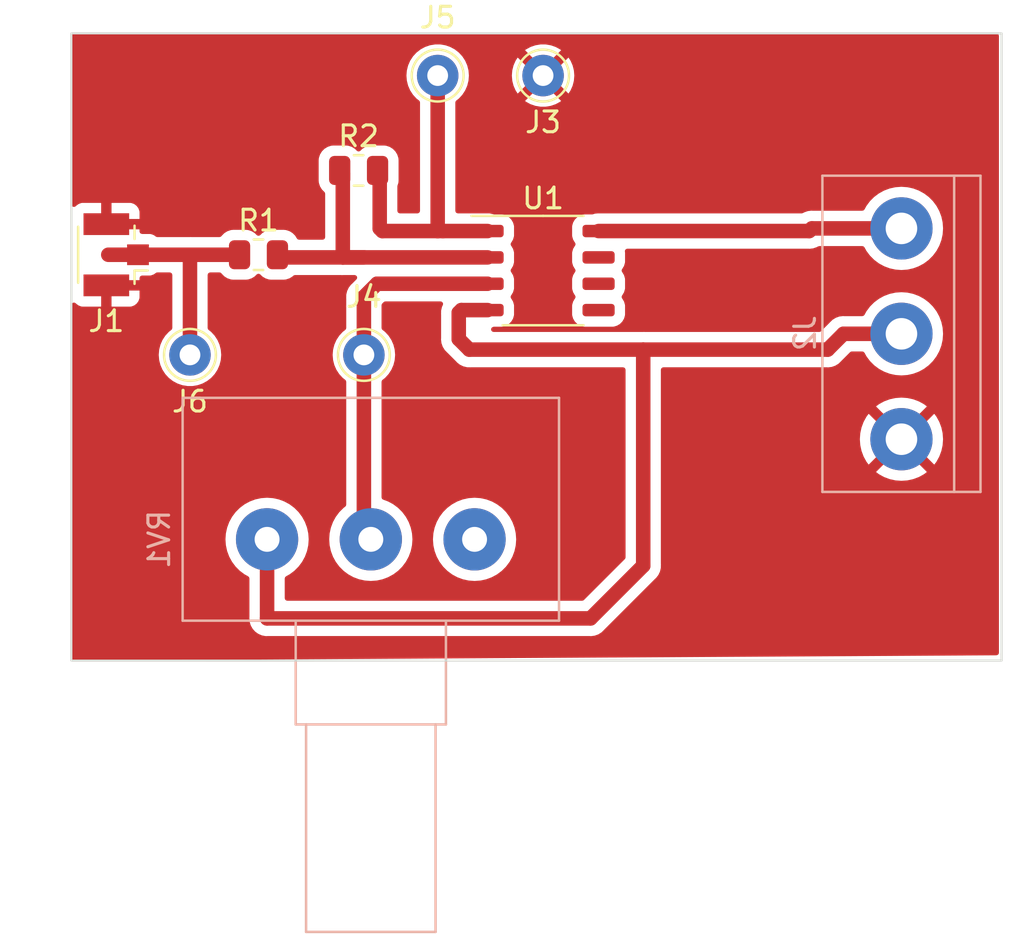
<source format=kicad_pcb>
(kicad_pcb (version 20221018) (generator pcbnew)
  (layers (0 "F.Cu" signal) (31 "B.Cu" signal) (34 "B.Paste" user) (35 "F.Paste" user) (36 "B.SilkS" user "B.Silkscreen") (37 "F.SilkS" user "F.Silkscreen") (38 "B.Mask" user) (39 "F.Mask" user) (44 "Edge.Cuts" user))
  (net 0 "")
  (net 1 "Net-(J1-In)")
  (net 2 "GND")
  (net 3 "+5V")
  (net 4 "-5V")
  (net 5 "Net-(J4-Pin_1)")
  (net 6 "Net-(U1A--)")
  (net 10 "Net-(J5-Pin_1)")
  (footprint "Connector_Pin:Pin_D1.0mm_L10.0mm" (layer "F.Cu") (at 82.804 55.88)
    (fp_text reference "J4" (at 0 -2.794) (layer "F.SilkS"))
    (fp_text value "Conn_01x01_Pin")
    (fp_circle (center 0 0) (end 1.25 0.05) (stroke (width 0.12)) (fill none) (layer "F.SilkS"))
    (pad "1" thru_hole circle (at 0 0) (size 2 2) (drill 1) (layers "*.Cu" "*.Mask") (net 5 "Net-(J4-Pin_1)"))
  )
  (footprint "Connector_Pin:Pin_D1.0mm_L10.0mm" (layer "F.Cu") (at 74.422 55.88)
    (fp_text reference "J6" (at 0 2.25) (layer "F.SilkS"))
    (fp_text value "Conn_01x01_Pin")
    (fp_circle (center 0 0) (end 1.25 0.05) (stroke (width 0.12)) (fill none) (layer "F.SilkS"))
    (pad "1" thru_hole circle (at 0 0) (size 2 2) (drill 1) (layers "*.Cu" "*.Mask") (net 1 "Net-(J1-In)"))
  )
  (footprint "Connector_Pin:Pin_D1.0mm_L10.0mm" (layer "F.Cu") (at 91.44 42.418)
    (fp_text reference "J3" (at 0 2.25) (layer "F.SilkS"))
    (fp_text value "Conn_01x01_Pin")
    (fp_circle (center 0 0) (end 1.25 0.05) (stroke (width 0.12)) (fill none) (layer "F.SilkS"))
    (pad "1" thru_hole circle (at 0 0) (size 2 2) (drill 1) (layers "*.Cu" "*.Mask") (net 2 "GND"))
  )
  (footprint "Connector_Pin:Pin_D1.0mm_L10.0mm" (layer "F.Cu") (at 86.36 42.418)
    (fp_text reference "J5" (at 0 -2.794) (layer "F.SilkS"))
    (fp_text value "Conn_01x01_Pin")
    (fp_circle (center 0 0) (end 1.25 0.05) (stroke (width 0.12)) (fill none) (layer "F.SilkS"))
    (pad "1" thru_hole circle (at 0 0) (size 2 2) (drill 1) (layers "*.Cu" "*.Mask") (net 10 "Net-(J5-Pin_1)"))
  )
  (footprint "Package_SO:SSOP-8_3.9x5.05mm_P1.27mm" (layer "F.Cu") (at 91.44 51.816)
    (fp_text reference "U1" (at 0 -3.48) (layer "F.SilkS"))
    (fp_text value "AD8056AR")
    (fp_line (start 0 -2.635) (end -3.45 -2.635) (stroke (width 0.12)) (layer "F.SilkS"))
    (fp_line (start 0 -2.635) (end 1.95 -2.635) (stroke (width 0.12)) (layer "F.SilkS"))
    (fp_line (start 0 2.635) (end -1.95 2.635) (stroke (width 0.12)) (layer "F.SilkS"))
    (fp_line (start 0 2.635) (end 1.95 2.635) (stroke (width 0.12)) (layer "F.SilkS"))
    (pad "1" smd roundrect (at -2.675 -1.905) (size 1.55 0.6) (layers "F.Cu" "F.Paste" "F.Mask") (net 10 "Net-(J5-Pin_1)"))
    (pad "2" smd roundrect (at -2.675 -0.635) (size 1.55 0.6) (layers "F.Cu" "F.Paste" "F.Mask") (net 6 "Net-(U1A--)"))
    (pad "3" smd roundrect (at -2.675 0.635) (size 1.55 0.6) (layers "F.Cu" "F.Paste" "F.Mask") (net 5 "Net-(J4-Pin_1)"))
    (pad "4" smd roundrect (at -2.675 1.905) (size 1.55 0.6) (layers "F.Cu" "F.Paste" "F.Mask") (net 4 "-5V"))
    (pad "5" smd roundrect (at 2.675 1.905) (size 1.55 0.6) (layers "F.Cu" "F.Paste" "F.Mask"))
    (pad "6" smd roundrect (at 2.675 0.635) (size 1.55 0.6) (layers "F.Cu" "F.Paste" "F.Mask"))
    (pad "7" smd roundrect (at 2.675 -0.635) (size 1.55 0.6) (layers "F.Cu" "F.Paste" "F.Mask"))
    (pad "8" smd roundrect (at 2.675 -1.905) (size 1.55 0.6) (layers "F.Cu" "F.Paste" "F.Mask") (net 3 "+5V"))
  )
  (footprint "Connector_Coaxial:U.FL_Hirose_U.FL-R-SMT-1_Vertical" (layer "F.Cu") (at 70.866 51.054 180)
    (fp_text reference "J1" (at 0.475 -3.2) (layer "F.SilkS"))
    (fp_text value "Conn_Coaxial")
    (fp_line (start -0.885 -1.4) (end -0.885 -0.76) (stroke (width 0.12)) (layer "F.SilkS"))
    (fp_line (start -0.885 -0.76) (end -1.515 -0.76) (stroke (width 0.12)) (layer "F.SilkS"))
    (fp_line (start -0.885 1.4) (end -0.885 0.76) (stroke (width 0.12)) (layer "F.SilkS"))
    (fp_line (start 1.835 -1.35) (end 1.835 1.35) (stroke (width 0.12)) (layer "F.SilkS"))
    (pad "1" smd rect (at -1.05 0 180) (size 1.05 1) (layers "F.Cu" "F.Paste" "F.Mask") (net 1 "Net-(J1-In)"))
    (pad "2" smd rect (at 0.475 -1.475 180) (size 2.2 1.05) (layers "F.Cu" "F.Paste" "F.Mask") (net 2 "GND"))
    (pad "2" smd rect (at 0.475 1.475 180) (size 2.2 1.05) (layers "F.Cu" "F.Paste" "F.Mask") (net 2 "GND"))
  )
  (footprint "Resistor_SMD:R_0805_2012Metric" (layer "F.Cu") (at 77.724 51.054)
    (fp_text reference "R1" (at 0 -1.65) (layer "F.SilkS"))
    (fp_text value "10 KOhm")
    (fp_line (start -0.227064 -0.735) (end 0.227064 -0.735) (stroke (width 0.12)) (layer "F.SilkS"))
    (fp_line (start -0.227064 0.735) (end 0.227064 0.735) (stroke (width 0.12)) (layer "F.SilkS"))
    (pad "1" smd roundrect (at -0.9125 0) (size 1.025 1.4) (layers "F.Cu" "F.Paste" "F.Mask") (roundrect_rratio 0.243902) (net 1 "Net-(J1-In)"))
    (pad "2" smd roundrect (at 0.9125 0) (size 1.025 1.4) (layers "F.Cu" "F.Paste" "F.Mask") (roundrect_rratio 0.243902) (net 6 "Net-(U1A--)"))
  )
  (footprint "Resistor_SMD:R_0805_2012Metric" (layer "F.Cu") (at 82.55 46.99)
    (fp_text reference "R2" (at 0 -1.65) (layer "F.SilkS"))
    (fp_text value "20 KOhm")
    (fp_line (start -0.227064 -0.735) (end 0.227064 -0.735) (stroke (width 0.12)) (layer "F.SilkS"))
    (fp_line (start -0.227064 0.735) (end 0.227064 0.735) (stroke (width 0.12)) (layer "F.SilkS"))
    (pad "1" smd roundrect (at -0.9125 0) (size 1.025 1.4) (layers "F.Cu" "F.Paste" "F.Mask") (roundrect_rratio 0.243902) (net 6 "Net-(U1A--)"))
    (pad "2" smd roundrect (at 0.9125 0) (size 1.025 1.4) (layers "F.Cu" "F.Paste" "F.Mask") (roundrect_rratio 0.243902) (net 10 "Net-(J5-Pin_1)"))
  )
  (footprint "Potentiometer_THT:Potentiometer_Alps_RK163_Single_Horizontal" (layer "B.Cu") (at 88.138 64.77 90)
    (fp_text reference "RV1" (at 0 -15.2 90) (layer "B.SilkS") (effects (justify mirror)))
    (fp_text value "20 KOhm")
    (fp_line (start -18.92 -8.12) (end -18.92 -1.88) (stroke (width 0.12)) (layer "B.SilkS"))
    (fp_line (start -8.92 -8.62) (end -8.92 -1.38) (stroke (width 0.12)) (layer "B.SilkS"))
    (fp_line (start -8.92 -8.12) (end -18.92 -8.12) (stroke (width 0.12)) (layer "B.SilkS"))
    (fp_line (start -8.92 -1.88) (end -18.92 -1.88) (stroke (width 0.12)) (layer "B.SilkS"))
    (fp_line (start -3.92 -14.07) (end -3.92 4.07) (stroke (width 0.12)) (layer "B.SilkS"))
    (fp_line (start -3.92 -8.62) (end -8.92 -8.62) (stroke (width 0.12)) (layer "B.SilkS"))
    (fp_line (start -3.92 -1.38) (end -8.92 -1.38) (stroke (width 0.12)) (layer "B.SilkS"))
    (fp_line (start 6.82 -14.07) (end -3.92 -14.07) (stroke (width 0.12)) (layer "B.SilkS"))
    (fp_line (start 6.82 -14.07) (end 6.82 4.07) (stroke (width 0.12)) (layer "B.SilkS"))
    (fp_line (start 6.82 4.07) (end -3.92 4.07) (stroke (width 0.12)) (layer "B.SilkS"))
    (pad "1" thru_hole circle (at 0 0 270) (size 3 3) (drill 1.2) (layers "*.Cu" "*.Mask") (net 3 "+5V"))
    (pad "2" thru_hole circle (at 0 -5 270) (size 3 3) (drill 1.2) (layers "*.Cu" "*.Mask") (net 5 "Net-(J4-Pin_1)"))
    (pad "3" thru_hole circle (at 0 -10 270) (size 3 3) (drill 1.2) (layers "*.Cu" "*.Mask") (net 4 "-5V"))
  )
  (footprint "TerminalBlock:TerminalBlock_bornier-3_P5.08mm" (layer "B.Cu") (at 108.712 49.784 -90)
    (fp_text reference "J2" (at 5.05 4.65 90) (layer "B.SilkS") (effects (justify mirror)))
    (fp_text value "Screw_Terminal_01x03")
    (fp_line (start -2.54 -3.81) (end -2.54 3.81) (stroke (width 0.12)) (layer "B.SilkS"))
    (fp_line (start -2.54 -3.81) (end 12.7 -3.81) (stroke (width 0.12)) (layer "B.SilkS"))
    (fp_line (start -2.54 -2.54) (end 12.7 -2.54) (stroke (width 0.12)) (layer "B.SilkS"))
    (fp_line (start -2.54 3.81) (end 12.7 3.81) (stroke (width 0.12)) (layer "B.SilkS"))
    (fp_line (start 12.7 -3.81) (end 12.7 3.81) (stroke (width 0.12)) (layer "B.SilkS"))
    (pad "1" thru_hole circle (at 0 0 270) (size 3 3) (drill 1.52) (layers "*.Cu" "*.Mask") (net 3 "+5V"))
    (pad "2" thru_hole circle (at 5.08 0 270) (size 3 3) (drill 1.52) (layers "*.Cu" "*.Mask") (net 4 "-5V"))
    (pad "3" thru_hole circle (at 10.16 0 270) (size 3 3) (drill 1.52) (layers "*.Cu" "*.Mask") (net 2 "GND"))
  )
  (gr_rect (start 68.707 40.386) (end 113.538 70.612) (stroke (width 0.1)) (fill none) (layer "Edge.Cuts"))
  (segment (start 74.422 51.054) (end 71.916 51.054) (width 0.7) (layer "F.Cu") (net 1))
  (segment (start 71.916 51.054) (end 70.485 51.054) (width 0.7) (layer "F.Cu") (net 1))
  (segment (start 76.8115 51.054) (end 74.422 51.054) (width 0.7) (layer "F.Cu") (net 1))
  (segment (start 74.422 51.054) (end 74.422 56.388) (width 0.7) (layer "F.Cu") (net 1))
  (segment (start 104.394 49.784) (end 108.712 49.784) (width 0.7) (layer "F.Cu") (net 3))
  (segment (start 104.267 49.911) (end 104.394 49.784) (width 0.7) (layer "F.Cu") (net 3))
  (segment (start 94.115 49.911) (end 104.267 49.911) (width 0.7) (layer "F.Cu") (net 3))
  (segment (start 88.765 53.721) (end 87.503 53.721) (width 0.7) (layer "F.Cu") (net 4))
  (segment (start 87.884 55.626) (end 96.266 55.626) (width 0.7) (layer "F.Cu") (net 4))
  (segment (start 105.918 54.864) (end 105.156 55.626) (width 0.7) (layer "F.Cu") (net 4))
  (segment (start 87.376 53.848) (end 87.376 55.118) (width 0.7) (layer "F.Cu") (net 4))
  (segment (start 87.376 55.118) (end 87.884 55.626) (width 0.7) (layer "F.Cu") (net 4))
  (segment (start 93.726 68.58) (end 78.138 68.58) (width 0.7) (layer "F.Cu") (net 4))
  (segment (start 87.503 53.721) (end 87.376 53.848) (width 0.7) (layer "F.Cu") (net 4))
  (segment (start 108.712 54.864) (end 105.918 54.864) (width 0.7) (layer "F.Cu") (net 4))
  (segment (start 96.266 66.04) (end 93.726 68.58) (width 0.7) (layer "F.Cu") (net 4))
  (segment (start 96.266 55.626) (end 105.156 55.626) (width 0.7) (layer "F.Cu") (net 4))
  (segment (start 78.138 68.58) (end 78.138 64.77) (width 0.7) (layer "F.Cu") (net 4))
  (segment (start 96.266 55.626) (end 96.266 66.04) (width 0.7) (layer "F.Cu") (net 4))
  (segment (start 82.804 53.086) (end 82.804 55.88) (width 0.7) (layer "F.Cu") (net 5))
  (segment (start 82.804 55.88) (end 82.804 64.436) (width 0.7) (layer "F.Cu") (net 5))
  (segment (start 83.439 52.451) (end 82.804 53.086) (width 0.7) (layer "F.Cu") (net 5))
  (segment (start 82.804 64.436) (end 83.138 64.77) (width 0.7) (layer "F.Cu") (net 5))
  (segment (start 88.765 52.451) (end 83.439 52.451) (width 0.7) (layer "F.Cu") (net 5))
  (segment (start 81.788 51.181) (end 81.788 47.1405) (width 0.7) (layer "F.Cu") (net 6))
  (segment (start 82.804 51.181) (end 81.788 51.181) (width 0.7) (layer "F.Cu") (net 6))
  (segment (start 81.788 47.1405) (end 81.6375 46.99) (width 0.7) (layer "F.Cu") (net 6))
  (segment (start 78.7635 51.181) (end 78.6365 51.054) (width 0.7) (layer "F.Cu") (net 6))
  (segment (start 81.788 51.181) (end 78.7635 51.181) (width 0.7) (layer "F.Cu") (net 6))
  (segment (start 78.7635 51.181) (end 78.6365 51.308) (width 0.7) (layer "F.Cu") (net 6))
  (segment (start 88.765 51.181) (end 81.788 51.181) (width 0.7) (layer "F.Cu") (net 6))
  (segment (start 83.566 47.0935) (end 83.4625 46.99) (width 0.7) (layer "F.Cu") (net 10))
  (segment (start 83.566 49.784) (end 83.566 47.0935) (width 0.7) (layer "F.Cu") (net 10))
  (segment (start 83.693 49.911) (end 83.566 49.784) (width 0.7) (layer "F.Cu") (net 10))
  (segment (start 86.36 42.418) (end 86.36 49.911) (width 0.7) (layer "F.Cu") (net 10))
  (segment (start 86.614 49.911) (end 86.36 49.911) (width 0.7) (layer "F.Cu") (net 10))
  (segment (start 86.36 49.911) (end 83.693 49.911) (width 0.7) (layer "F.Cu") (net 10))
  (segment (start 88.765 49.911) (end 86.614 49.911) (width 0.7) (layer "F.Cu") (net 10))
  (zone (net 2) (net_name "GND") (layer "F.Cu") (connect_pads (clearance 0.5)) (min_thickness 0.25) (fill yes (thermal_gap 0.5) (thermal_bridge_width 0.5))
    (polygon (pts (xy 113.411 40.386) (xy 113.411 70.358) (xy 68.707 70.612) (xy 68.707 40.386)))
  )
)
</source>
